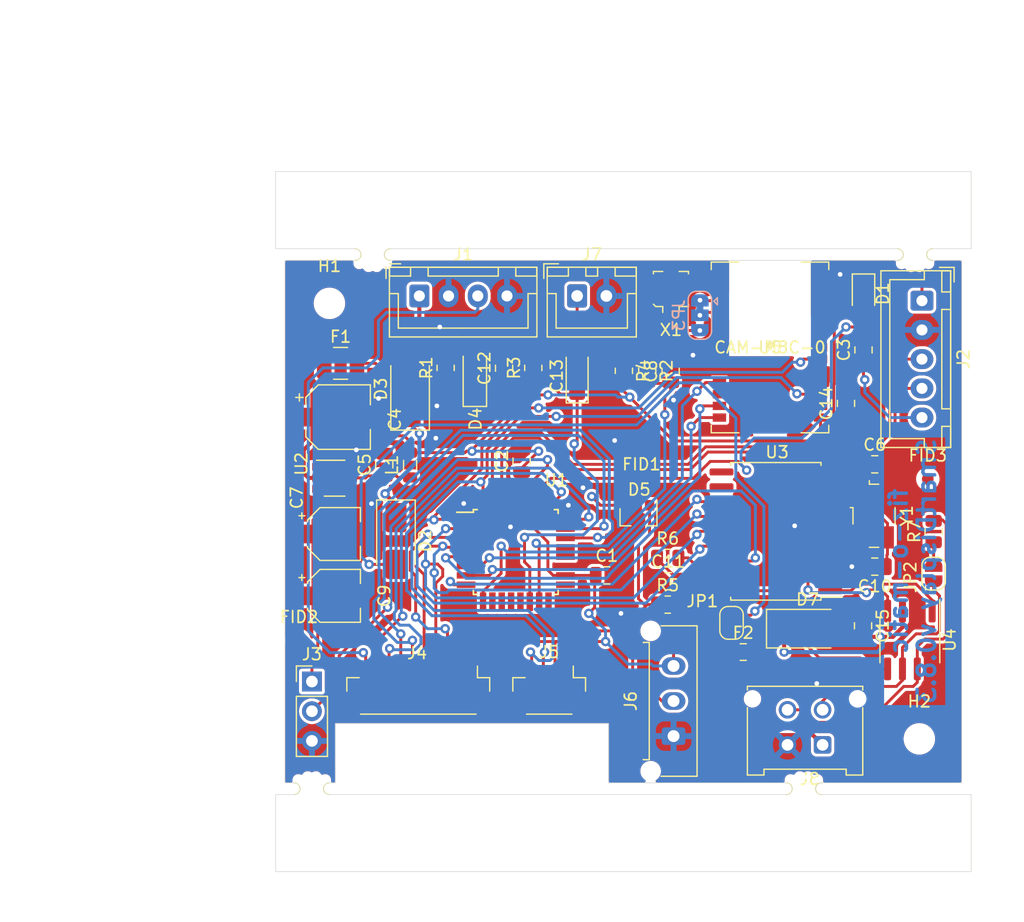
<source format=kicad_pcb>
(kicad_pcb (version 20221018) (generator pcbnew)
  (layers (0 "F.Cu" signal) (31 "B.Cu" signal) (34 "B.Paste" user) (35 "F.Paste" user) (36 "B.SilkS" user "B.Silkscreen") (37 "F.SilkS" user "F.Silkscreen") (38 "B.Mask" user) (39 "F.Mask" user) (44 "Edge.Cuts" user))
  (net 0 "")
  (net 1 "GND")
  (net 2 "Net-(J2-Pin_5)")
  (net 3 "Net-(U2-EN)")
  (net 4 "SCK")
  (net 5 "MOSI")
  (net 6 "MISO")
  (net 7 "+5V")
  (net 8 "RESET")
  (net 9 "TXD")
  (net 10 "RXD")
  (net 11 "SCL")
  (net 12 "SDA")
  (net 13 "A3")
  (net 14 "A2")
  (net 15 "A1")
  (net 16 "A0")
  (net 17 "Net-(U2-SW)")
  (net 18 "Net-(U3-OSC1)")
  (net 19 "Net-(U3-OSC2)")
  (net 20 "KEY")
  (net 21 "+12V")
  (net 22 "Net-(U2-BST)")
  (net 23 "Net-(D2-K)")
  (net 24 "INSTR.BEL")
  (net 25 "Net-(J7-Pin_1)")
  (net 26 "D22")
  (net 27 "D23")
  (net 28 "CANH")
  (net 29 "CANL")
  (net 30 "D24")
  (net 31 "D25")
  (net 32 "1WIRE")
  (net 33 "INT_CAN")
  (net 34 "SS")
  (net 35 "UPDI")
  (net 36 "Net-(U5-RF_OUT)")
  (net 37 "+3V3")
  (net 38 "Net-(U5-RF_IN)")
  (net 39 "Net-(X1-SIGNAL)")
  (net 40 "GPS_RXD")
  (net 41 "GPS_TXD")
  (net 42 "GPS_RESET")
  (net 43 "Net-(U3-~{RESET})")
  (net 44 "AREF")
  (net 47 "Net-(U3-TXCAN)")
  (net 48 "Net-(U3-RXCAN)")
  (net 56 "GPS_INT")
  (net 62 "A4")
  (net 63 "Net-(D2-A)")
  (net 64 "Net-(JP2-Pad1)")
  (net 65 "Net-(J8-Pin_1)")
  (footprint "Capacitor_SMD:C_0805_2012Metric" (layer "F.Cu") (at 119.29 43.5725 90)
    (fp_text reference "C3")
    (fp_text value "100n")
  )
  (footprint "Resistor_SMD:R_0805_2012Metric" (layer "F.Cu") (at 102.54 65.36)
    (fp_text reference "R5")
    (fp_text value "4,7k")
  )
  (footprint "MountingHole:MountingHole_2.2mm_M2" (layer "F.Cu") (at 73.6 39.589)
    (fp_text reference "H1")
    (fp_text value "MountingHole_Pad")
  )
  (footprint "Resistor_SMD:R_0805_2012Metric" (layer "F.Cu") (at 102.54 61.36)
    (fp_text reference "R6")
    (fp_text value "10k")
  )
  (footprint "Capacitor_SMD:C_0805_2012Metric" (layer "F.Cu") (at 88.54 45.135 90)
    (fp_text reference "C12")
    (fp_text value "100n")
  )
  (footprint "Capacitor_SMD:C_0805_2012Metric" (layer "F.Cu") (at 90.04 53.0725 90)
    (fp_text reference "C2")
    (fp_text value "100n")
  )
  (footprint "Resistor_SMD:R_0805_2012Metric" (layer "F.Cu") (at 98.79 45.36 -90)
    (fp_text reference "R4")
    (fp_text value "1k")
  )
  (footprint "Resistor_SMD:R_0805_2012Metric" (layer "F.Cu") (at 83.54 45.11 90)
    (fp_text reference "R1")
    (fp_text value "22k 1%")
  )
  (footprint "Diode_SMD:D_MiniMELF" (layer "F.Cu") (at 86.04 45.86 90)
    (fp_text reference "D4")
    (fp_text value "BZV55-C12")
  )
  (footprint "Crystal:Crystal_SMD_EuroQuartz_MJ-4Pin_5.0x3.2mm" (layer "F.Cu") (at 120.19 57.76 -90)
    (fp_text reference "Y1")
    (fp_text value "16MHz")
  )
  (footprint "Capacitor_SMD:C_0805_2012Metric" (layer "F.Cu") (at 120.2525 62.11 180)
    (fp_text reference "C10")
    (fp_text value "22p")
  )
  (footprint "Jumper:SolderJumper-2_P1.3mm_Open_RoundedPad1.0x1.5mm" (layer "F.Cu") (at 125.29 62.71 -90)
    (fp_text reference "JP2")
    (fp_text value "Jumper_NC_Small")
  )
  (footprint "Capacitor_SMD:C_0805_2012Metric" (layer "F.Cu") (at 119.25 67.17 -90)
    (fp_text reference "C15")
    (fp_text value "100n")
  )
  (footprint "Package_SO:SOIC-8_3.9x4.9mm_P1.27mm" (layer "F.Cu") (at 123.257 68.385 -90)
    (fp_text reference "U4")
    (fp_text value "MCP2562-E-SN")
  )
  (footprint "MountingHole:MountingHole_2.2mm_M2" (layer "F.Cu") (at 124.065056 76.846056)
    (fp_text reference "H2")
    (fp_text value "MountingHole_Pad")
  )
  (footprint "Resistor_SMD:R_0805_2012Metric" (layer "F.Cu") (at 125.29 59.11 90)
    (fp_text reference "R7")
    (fp_text value "120")
  )
  (footprint "Capacitor_SMD:C_0805_2012Metric" (layer "F.Cu") (at 102.5775 63.36)
    (fp_text reference "C11")
    (fp_text value "100n")
  )
  (footprint "Connector_JST:JST_XH_B2B-XH-A_1x02_P2.50mm_Vertical" (layer "F.Cu") (at 94.79 38.954)
    (fp_text reference "J7")
    (fp_text value "KEY")
  )
  (footprint "Package_QFP:TQFP-32_7x7mm_P0.8mm" (layer "F.Cu") (at 89.54 60.86)
    (fp_text reference "U1")
    (fp_text value "ATmega4808-A")
  )
  (footprint "Capacitor_SMD:C_0805_2012Metric" (layer "F.Cu") (at 97.3275 62.86)
    (fp_text reference "C1")
    (fp_text value "100n")
  )
  (footprint "Package_SO:SOIC-18W_7.5x11.6mm_P1.27mm" (layer "F.Cu") (at 111.79 59.09 180)
    (fp_text reference "U3")
    (fp_text value "MCP2515-xSO")
  )
  (footprint "Resistor_SMD:R_0805_2012Metric" (layer "F.Cu") (at 91.04 45.11 90)
    (fp_text reference "R3")
    (fp_text value "4,7k 1%")
  )
  (footprint "Fuse:Fuse_1210_3225Metric" (layer "F.Cu") (at 74.5525 44.72)
    (fp_text reference "F1")
    (fp_text value "500mA")
  )
  (footprint "Resistor_SMD:R_0805_2012Metric" (layer "F.Cu") (at 100.79 45.36 -90)
    (fp_text reference "R2")
    (fp_text value "10k")
  )
  (footprint "Fiducial:Fiducial_1mm_Mask2mm" (layer "F.Cu") (at 71 68.42)
    (fp_text reference "FID2")
    (fp_text value "Fiducial")
  )
  (footprint "Fiducial:Fiducial_1mm_Mask2mm" (layer "F.Cu") (at 124.79 54.61)
    (fp_text reference "FID3")
    (fp_text value "Fiducial")
  )
  (footprint "Capacitor_SMD:CP_Elec_5x3.9" (layer "F.Cu") (at 74.34 49.32)
    (fp_text reference "C4")
    (fp_text value "22u")
  )
  (footprint "Capacitor_SMD:C_0805_2012Metric" (layer "F.Cu") (at 78.29 53.3975 90)
    (fp_text reference "C5")
    (fp_text value "100n")
  )
  (footprint "Capacitor_SMD:CP_Elec_4x3.9" (layer "F.Cu") (at 73.99 59.32)
    (fp_text reference "C7")
    (fp_text value "22u")
  )
  (footprint "Capacitor_SMD:CP_Elec_4x3.9" (layer "F.Cu") (at 73.99 64.61)
    (fp_text reference "C9")
    (fp_text value "22u")
  )
  (footprint "Connector_JST:JST_XH_B5B-XH-A_1x05_P2.50mm_Vertical" (layer "F.Cu") (at 124.29 39.36 -90)
    (fp_text reference "J2")
    (fp_text value "PROG/SERIAL")
  )
  (footprint "Inductor_SMD:L_0805_2012Metric" (layer "F.Cu") (at 80.5 53.42 90)
    (fp_text reference "L1")
    (fp_text value "4.7uH")
  )
  (footprint "Connector_Molex:Molex_Micro-Fit_3.0_43045-0412_2x02_P3.00mm_Vertical" (layer "F.Cu") (at 115.79 77.36 180)
    (fp_text reference "J8")
    (fp_text value "CAN")
  )
  (footprint "Connector_Molex:Molex_Micro-Fit_3.0_43650-0315_1x03_P3.00mm_Vertical" (layer "F.Cu") (at 103.04 76.61 90)
    (fp_text reference "J6")
    (fp_text value "Conn_01x03")
  )
  (footprint "Capacitor_SMD:C_0805_2012Metric" (layer "F.Cu") (at 120.2525 53.36)
    (fp_text reference "C6")
    (fp_text value "22p")
  )
  (footprint "Connector_JST:JST_XH_B4B-XH-A_1x04_P2.50mm_Vertical" (layer "F.Cu") (at 81.29 38.954)
    (fp_text reference "J1")
    (fp_text value "PWR")
  )
  (footprint "Capacitor_Tantalum_SMD:CP_EIA-3216-18_Kemet-A" (layer "F.Cu") (at 94.79 45.7975 90)
    (fp_text reference "C13")
    (fp_text value "1u")
  )
  (footprint "ublox_CAM_M8C:CAM-M8C-0" (layer "F.Cu") (at 111.29 43.36)
    (fp_text reference "U5")
    (fp_text value "CAM-M8C-0")
  )
  (footprint "Capacitor_SMD:C_0805_2012Metric" (layer "F.Cu") (at 102.79 45.3975 90)
    (fp_text reference "C8")
    (fp_text value "100n")
  )
  (footprint "Package_TO_SOT_SMD:TSOT-23-6" (layer "F.Cu") (at 74.04 54.52)
    (fp_text reference "U2")
    (fp_text value "AP63203WU")
  )
  (footprint "Capacitor_SMD:C_0805_2012Metric" (layer "F.Cu") (at 117.79 48.1475 90)
    (fp_text reference "C14")
    (fp_text value "100n")
  )
  (footprint "Connector_Coaxial:U.FL_Molex_MCRF_73412-0110_Vertical" (layer "F.Cu") (at 102.815 38.36)
    (fp_text reference "X1")
    (fp_text value "ANTENNA_U.FL")
  )
  (footprint "Fiducial:Fiducial_1mm_Mask2mm" (layer "F.Cu") (at 100.29 51.36 180)
    (fp_text reference "FID1")
    (fp_text value "Fiducial")
  )
  (footprint "Package_TO_SOT_SMD:SOT-23" (layer "F.Cu") (at 100.04 57.86 -90)
    (fp_text reference "D5")
    (fp_text value "SP0502BAHT")
  )
  (footprint "Diode_SMD:D_SMA" (layer "F.Cu") (at 79.29 59.92 -90)
    (fp_text reference "D2")
    (fp_text value "S1G")
  )
  (footprint "Diode_SMD:D_SMA" (layer "F.Cu") (at 80.5 46.92 90)
    (fp_text reference "D3")
    (fp_text value "S1G")
  )
  (footprint "fiz-o-matic:mouse-bite-1mm-slot" (layer "F.Cu") (at 114.19 81.11 180)
    (fp_text reference "MB4" hide)
    (fp_text value "MouseBite" hide)
  )
  (footprint "Connector_JST:JST_SH_BM10B-SRSS-TB_1x10-1MP_P1.00mm_Vertical" (layer "F.Cu") (at 81.2 72.72 180)
    (fp_text reference "J4")
    (fp_text value "DISPLAY")
  )
  (footprint "Fuse:Fuse_0805_2012Metric" (layer "F.Cu") (at 109 69.42)
    (fp_text reference "F2")
    (fp_text value "200mA")
  )
  (footprint "Connector_JST:JST_SH_BM04B-SRSS-TB_1x04-1MP_P1.00mm_Vertical" (layer "F.Cu") (at 92.4 72.72 180)
    (fp_text reference "J5")
    (fp_text value "I2C")
  )
  (footprint "Diode_SMD:D_0805_2012Metric" (layer "F.Cu") (at 119.29 38.76 -90)
    (fp_text reference "D1")
    (fp_text value "TS4148")
  )
  (footprint "fiz-o-matic:mouse-bite-1mm-slot" (layer "F.Cu") (at 72.09 81.11 180)
    (fp_text reference "MB3" hide)
    (fp_text value "MouseBite" hide)
  )
  (footprint "Connector_PinHeader_2.54mm:PinHeader_1x03_P2.54mm_Vertical" (layer "F.Cu") (at 72.1 71.94)
    (fp_text reference "J3")
    (fp_text value "UPDI")
  )
  (footprint "Jumper:SolderJumper-2_P1.3mm_Open_RoundedPad1.0x1.5mm" (layer "F.Cu") (at 108 66.92 90)
    (fp_text reference "JP1")
    (fp_text value "Jumper_NC_Small")
  )
  (footprint "fiz-o-matic:mouse-bite-1mm-slot" (layer "F.Cu") (at 123.7 35.42)
    (fp_text reference "MB2" hide)
    (fp_text value "MouseBite" hide)
  )
  (footprint "Diode_SMD:D_SMA" (layer "F.Cu") (at 114.5 67.42)
    (fp_text reference "D7")
    (fp_text value "SMAJ5.0A")
  )
  (footprint "fiz-o-matic:mouse-bite-1mm-slot" (layer "F.Cu") (at 77.3 35.42)
    (fp_text reference "MB1" hide)
    (fp_text value "MouseBite" hide)
  )
  (footprint "Jumper:SolderJumper-3_P1.3mm_Bridged12_RoundedPad1.0x1.5mm" (layer "B.Cu") (at 105.29 40.61 -90)
    (fp_text reference "JP3")
    (fp_text value "Jumper_NC_Dual")
  )
  (gr_line (start 97.476 80.61) (end 112.69 80.61) (stroke (width 0.05)) (layer "Edge.Cuts"))
  (gr_line (start 74.108 75.53) (end 97.476 75.53) (stroke (width 0.05)) (layer "Edge.Cuts"))
  (gr_line (start 127.69 80.61) (end 127.69 35.91) (stroke (width 0.05)) (layer "Edge.Cuts"))
  (gr_line (start 74.108 75.53) (end 74.108 80.61) (stroke (width 0.05)) (layer "Edge.Cuts"))
  (gr_line (start 69.79 80.61) (end 69.79 35.91) (stroke (width 0.05)) (layer "Edge.Cuts"))
  (gr_line (start 97.476 75.53) (end 97.476 80.61) (stroke (width 0.05)) (layer "Edge.Cuts"))
  (gr_arc (start 122.19 34.91) (mid 122.69 35.41) (end 122.19 35.91) (stroke (width 0.05)) (layer "Edge.Cuts"))
  (gr_line (start 73.59 80.61) (end 74.108 80.61) (stroke (width 0.05)) (layer "Edge.Cuts"))
  (gr_line (start 115.69 81.61) (end 128.5 81.61) (stroke (width 0.05)) (layer "Edge.Cuts"))
  (gr_line (start 75.79 34.91) (end 69 34.91) (stroke (width 0.05)) (layer "Edge.Cuts"))
  (gr_line (start 128.5 81.61) (end 128.5 88.21) (stroke (width 0.05)) (layer "Edge.Cuts"))
  (gr_arc (start 125.19 35.91) (mid 124.69 35.41) (end 125.19 34.91) (stroke (width 0.05)) (layer "Edge.Cuts"))
  (gr_line (start 125.19 34.91) (end 128.5 34.91) (stroke (width 0.05)) (layer "Edge.Cuts"))
  (gr_line (start 78.79 35.91) (end 122.19 35.91) (stroke (width 0.05)) (layer "Edge.Cuts"))
  (gr_line (start 128.5 88.21) (end 69 88.21) (stroke (width 0.05)) (layer "Edge.Cuts"))
  (gr_line (start 69 81.61) (end 69 88.21) (stroke (width 0.05)) (layer "Edge.Cuts"))
  (gr_line (start 125.19 35.91) (end 127.69 35.91) (stroke (width 0.05)) (layer "Edge.Cuts"))
  (gr_line (start 69.79 35.91) (end 75.79 35.91) (stroke (width 0.05)) (layer "Edge.Cuts"))
  (gr_arc (start 115.69 81.61) (mid 115.19 81.11) (end 115.69 80.61) (stroke (width 0.05)) (layer "Edge.Cuts"))
  (gr_arc (start 78.79 35.91) (mid 78.29 35.41) (end 78.79 34.91) (stroke (width 0.05)) (layer "Edge.Cuts"))
  (gr_line (start 69 28.31) (end 128.5 28.31) (stroke (width 0.05)) (layer "Edge.Cuts"))
  (gr_line (start 69.79 80.61) (end 70.59 80.61) (stroke (width 0.05)) (layer "Edge.Cuts"))
  (gr_line (start 128.5 34.91) (end 128.5 28.31) (stroke (width 0.05)) (layer "Edge.Cuts"))
  (gr_line (start 73.59 81.61) (end 112.69 81.61) (stroke (width 0.05)) (layer "Edge.Cuts"))
  (gr_arc (start 70.59 80.61) (mid 71.09 81.11) (end 70.59 81.61) (stroke (width 0.05)) (layer "Edge.Cuts"))
  (gr_arc (start 112.69 80.61) (mid 113.19 81.11) (end 112.69 81.61) (stroke (width 0.05)) (layer "Edge.Cuts"))
  (gr_arc (start 73.59 81.61) (mid 73.09 81.11) (end 73.59 80.61) (stroke (width 0.05)) (layer "Edge.Cuts"))
  (gr_arc (start 75.79 34.91) (mid 76.29 35.41) (end 75.79 35.91) (stroke (width 0.05)) (layer "Edge.Cuts"))
  (gr_line (start 70.59 81.61) (end 69 81.61) (stroke (width 0.05)) (layer "Edge.Cuts"))
  (gr_line (start 122.19 34.91) (end 78.79 34.91) (stroke (width 0.05)) (layer "Edge.Cuts"))
  (gr_line (start 69 34.91) (end 69 28.31) (stroke (width 0.05)) (layer "Edge.Cuts"))
  (gr_line (start 115.69 80.61) (end 127.69 80.61) (stroke (width 0.05)) (layer "Edge.Cuts"))
  (gr_text "fiz-o-matic\nSmartDisplay v0.8.3" (at 123.49 62.51 90) (layer "B.Cu") (effects (font (size 1.5 1.5) (thickness 0.3)) (justify mirror)))
  (via (at 77.2 56.72) (size 0.8) (drill 0.4) (layers "F.Cu" "B.Cu") (net 1))
  (via (at 85.09 56.71) (size 0.8) (drill 0.4) (layers "F.Cu" "B.Cu") (net 1))
  (via (at 95.29 55.36) (size 0.8) (drill 0.4) (layers "F.Cu" "B.Cu") (net 1))
  (via (at 83.04 41.61) (size 0.8) (drill 0.4) (layers "F.Cu" "B.Cu") (net 1))
  (via (at 98 51.32) (size 0.8) (drill 0.4) (layers "F.Cu" "B.Cu") (net 1))
  (via (at 82.7 51.12) (size 0.8) (drill 0.4) (layers "F.Cu" "B.Cu") (net 1))
  (via (at 118.29 62.11) (size 0.8) (drill 0.4) (layers "F.Cu" "B.Cu") (net 1))
  (via (at 104.7 44.02) (size 0.8) (drill 0.4) (layers "F.Cu" "B.Cu") (net 1))
  (via (at 103.04 47.86) (size 0.8) (drill 0.4) (layers "F.Cu" "B.Cu") (net 1))
  (via (at 113.4 58.62) (size 0.8) (drill 0.4) (layers "F.Cu" "B.Cu") (net 1))
  (via (at 94.04 56.86) (size 0.8) (drill 0.4) (layers "F.Cu" "B.Cu") (net 1))
  (via (at 117.29 37.11) (size 0.8) (drill 0.4) (layers "F.Cu" "B.Cu") (net 1))
  (via (at 77.8 47.72) (size 0.8) (drill 0.4) (layers "F.Cu" "B.Cu") (net 1))
  (via (at 82.79 48.36) (size 0.8) (drill 0.4) (layers "F.Cu" "B.Cu") (net 1))
  (via (at 115.29 72.11) (size 0.8) (drill 0.4) (layers "F.Cu" "B.Cu") (net 1))
  (via (at 75.9 52.12) (size 0.8) (drill 0.4) (layers "F.Cu" "B.Cu") (net 1))
  (via (at 98.54 66.11) (size 0.8) (drill 0.4) (layers "F.Cu" "B.Cu") (net 1))
  (via (at 89.09 58.71) (size 0.8) (drill 0.4) (layers "F.Cu" "B.Cu") (net 1))
  (segment (start 89.134 39.766) (end 89.134 38.954) (width 0.25) (layer "B.Cu") (net 1))
  (segment (start 119.29 46.01) (end 119.4 46.12) (width 0.25) (layer "F.Cu") (net 2))
  (segment (start 119.29 44.61) (end 119.29 46.01) (width 0.25) (layer "F.Cu") (net 2))
  (via (at 119.4 46.12) (size 0.8) (drill 0.4) (layers "F.Cu" "B.Cu") (net 2))
  (segment (start 119.4 47.22) (end 121.54 49.36) (width 0.25) (layer "B.Cu") (net 2))
  (segment (start 119.4 46.12) (end 119.4 47.22) (width 0.25) (layer "B.Cu") (net 2))
  (segment (start 121.54 49.36) (end 124.29 49.36) (width 0.25) (layer "B.Cu") (net 2))
  (segment (start 71.4 54.12) (end 71.8 54.52) (width 0.35) (layer "F.Cu") (net 3))
  (segment (start 72.73 54.52) (end 72.73 55.47) (width 0.35) (layer "F.Cu") (net 3))
  (segment (start 71.8 54.52) (end 72.73 54.52) (width 0.35) (layer "F.Cu") (net 3))
  (segment (start 73.065 44.72) (end 73.065 46.455) (width 0.35) (layer "F.Cu") (net 3))
  (segment (start 72.14 49.32) (end 72.14 51.38) (width 0.35) (layer "F.Cu") (net 3))
  (segment (start 71.4 52.12) (end 71.4 54.12) (width 0.35) (layer "F.Cu") (net 3))
  (segment (start 73.065 46.455) (end 72.14 47.38) (width 0.35) (layer "F.Cu") (net 3))
  (segment (start 72.14 51.38) (end 71.4 52.12) (width 0.35) (layer "F.Cu") (net 3))
  (segment (start 72.14 47.38) (end 72.14 49.32) (width 0.35) (layer "F.Cu") (net 3))
  (segment (start 82.06 60.36) (end 83.29 60.36) (width 0.25) (layer "F.Cu") (net 4))
  (segment (start 81.7 71.395) (end 81.7 62.795305) (width 0.25) (layer "F.Cu") (net 4))
  (segment (start 81 62.095305) (end 81 61.42) (width 0.25) (layer "F.Cu") (net 4))
  (segment (start 83.39 60.46) (end 83.29 60.36) (width 0.25) (layer "F.Cu") (net 4))
  (segment (start 81 61.42) (end 82.06 60.36) (width 0.25) (layer "F.Cu") (net 4))
  (segment (start 81.7 62.795305) (end 81 62.095305) (width 0.25) (layer "F.Cu") (net 4))
  (segment (start 107.14 57.82) (end 105.25 57.82) (width 0.25) (layer "F.Cu") (net 4))
  (segment (start 85.29 60.46) (end 83.39 60.46) (width 0.25) (layer "F.Cu") (net 4))
  (segment (start 105.25 57.82) (end 105.04 57.61) (width 0.25) (layer "F.Cu") (net 4))
  (via (at 105.04 57.61) (size 0.8) (drill 0.4) (layers "F.Cu" "B.Cu") (net 4))
  (via (at 83.29 60.36) (size 0.8) (drill 0.4) (layers "F.Cu" "B.Cu") (net 4))
  (via (at 82.564999 62.634999) (size 0.8) (drill 0.4) (layers "F.Cu" "B.Cu") (net 4))
  (segment (start 82.941999 64.335001) (end 82.564999 63.958001) (width 0.25) (layer "B.Cu") (net 4))
  (segment (start 82.564999 62.835001) (end 82.564999 62.634999) (width 0.25) (layer "B.Cu") (net 4))
  (segment (start 83.863002 64.11) (end 83.638001 64.335001) (width 0.25) (layer "B.Cu") (net 4))
  (segment (start 105.04 57.61) (end 98.54 64.11) (width 0.25) (layer "B.Cu") (net 4))
  (segment (start 82.564999 63.958001) (end 82.564999 62.835001) (width 0.25) (layer "B.Cu") (net 4))
  (segment (start 82.564999 62.634999) (end 82.564999 61.085001) (width 0.25) (layer "B.Cu") (net 4))
  (segment (start 83.638001 64.335001) (end 82.941999 64.335001) (width 0.25) (layer "B.Cu") (net 4))
  (segment (start 98.54 64.11) (end 83.863002 64.11) (width 0.25) (layer "B.Cu") (net 4))
  (segment (start 82.564999 61.085001) (end 83.29 60.36) (width 0.25) (layer "B.Cu") (net 4))
  (segment (start 107.14 59.09) (end 105.31 59.09) (width 0.25) (layer "F.Cu") (net 5))
  (segment (start 105.31 59.09) (end 105.04 59.36) (width 0.25) (layer "F.Cu") (net 5))
  (segment (start 82.848769 61.893464) (end 81.823464 61.893464) (width 0.25) (layer "F.Cu") (net 5))
  (segment (start 82.7 71.395) (end 82.7 63.525303) (width 0.25) (layer "F.Cu") (net 5))
  (segment (start 83.289999 62.935304) (end 83.289999 62.334694) (width 0.25) (layer "F.Cu") (net 5))
  (segment (start 83.289999 62.334694) (end 82.848769 61.893464) (width 0.25) (layer "F.Cu") (net 5))
  (segment (start 83.54 58.86) (end 85.29 58.86) (width 0.25) (layer "F.Cu") (net 5))
  (segment (start 82.7 63.525303) (end 83.289999 62.935304) (width 0.25) (layer "F.Cu") (net 5))
  (via (at 81.823464 61.893464) (size 0.8) (drill 0.4) (layers "F.Cu" "B.Cu") (net 5))
  (via (at 105.04 59.36) (size 0.8) (drill 0.4) (layers "F.Cu" "B.Cu") (net 5))
  (via (at 83.54 58.86) (size 0.8) (drill 0.4) (layers "F.Cu" "B.Cu") (net 5))
  (segment (start 81.823464 61.893464) (end 81.823464 60.576536) (width 0.25) (layer "B.Cu") (net 5))
  (segment (start 81.823464 62.164085) (end 81.823464 63.852876) (width 0.25) (layer "B.Cu") (net 5))
  (segment (start 82.114989 60.285011) (end 83.54 58.86) (width 0.25) (layer "B.Cu") (net 5))
  (segment (start 81.823464 63.852876) (end 82.755599 64.785011) (width 0.25) (layer "B.Cu") (net 5))
  (segment (start 82.755599 64.785011) (end 99.614989 64.785011) (width 0.25) (layer "B.Cu") (net 5))
  (segment (start 81.823464 62.164085) (end 81.823464 61.893464) (width 0.25) (layer "B.Cu") (net 5))
  (segment (start 105.04 59.36) (end 99.614989 64.785011) (width 0.25) (layer "B.Cu") (net 5))
  (segment (start 81.823464 60.576536) (end 82.114989 60.285011) (width 0.25) (layer "B.Cu") (net 5))
  (segment (start 82.027347 59.347347) (end 82.29 59.61) (width 0.25) (layer "F.Cu") (net 6))
  (segment (start 80.515 62.435) (end 80.9755 62.8955) (width 0.25) (layer "F.Cu") (net 6))
  (segment (start 83.5 67.42) (end 83.7 67.62) (width 0.25) (layer "F.Cu") (net 6))
  (segment (start 105.54 60.36) (end 105.29 60.61) (width 0.25) (layer "F.Cu") (net 6))
  (segment (start 82.29 59.61) (end 85.24 59.61) (width 0.25) (layer "F.Cu") (net 6))
  (segment (start 85.24 59.61) (end 85.29 59.66) (width 0.25) (layer "F.Cu") (net 6))
  (segment (start 80.515 60.859694) (end 80.515 62.435) (width 0.25) (layer "F.Cu") (net 6))
  (segment (start 82.027347 59.347347) (end 80.515 60.859694) (width 0.25) (layer "F.Cu") (net 6))
  (segment (start 107.14 60.36) (end 105.54 60.36) (width 0.25) (layer "F.Cu") (net 6))
  (segment (start 83.7 67.62) (end 83.7 71.395) (width 0.25) (layer "F.Cu") (net 6))
  (segment (start 80.9755 62.8955) (end 80.9755 66.42) (width 0.25) (layer "F.Cu") (net 6))
  (via (at 82.027347 59.347347) (size 0.8) (drill 0.4) (layers "F.Cu" "B.Cu") (net 6))
  (via (at 83.5 67.42) (size 0.8) (drill 0.4) (layers "F.Cu" "B.Cu") (net 6))
  (via (at 105.29 60.61) (size 0.8) (drill 0.4) (layers "F.Cu" "B.Cu") (net 6))
  (via (at 80.9755 66.42) (size 0.8) (drill 0.4) (layers "F.Cu" "B.Cu") (net 6))
  (segment (start 81.098463 60.301537) (end 82.027347 59.372653) (width 0.25) (layer "B.Cu") (net 6))
  (segment (start 82.569197 65.235019) (end 81.098463 63.764285) (width 0.25) (layer "B.Cu") (net 6))
  (segment (start 105.29 60.61) (end 100.664981 65.235019) (width 0.25) (layer "B.Cu") (net 6))
  (segment (start 81.098463 63.764285) (end 81.098463 60.301537) (width 0.25) (layer "B.Cu") (net 6))
  (segment (start 82.027347 59.372653) (end 82.027347 59.347347) (width 0.25) (layer "B.Cu") (net 6))
  (segment (start 80.9755 66.42) (end 81.9755 67.42) (width 0.25) (layer "B.Cu") (net 6))
  (segment (start 81.9755 67.42) (end 83.5 67.42) (width 0.25) (layer "B.Cu") (net 6))
  (segment (start 100.664981 65.235019) (end 82.569197 65.235019) (width 0.25) (layer "B.Cu") (net 6))
  (segment (start 121.8 68.12) (end 122.622 67.298) (width 0.35) (layer "F.Cu") (net 7))
  (segment (start 109.85 67.57) (end 110 67.42) (width 0.35) (layer "F.Cu") (net 7))
  (segment (start 108 67.57) (end 109.85 67.57) (width 0.35) (layer "F.Cu") (net 7))
  (segment (start 112.5 67.42) (end 112.5 69.42) (width 0.35) (layer "F.Cu") (net 7))
  (segment (start 110 67.42) (end 112.5 67.42) (width 0.35) (layer "F.Cu") (net 7))
  (segment (start 108.0625 67.6325) (end 108 67.57) (width 0.35) (layer "F.Cu") (net 7))
  (segment (start 119.25 68.12) (end 121.8 68.12) (width 0.35) (layer "F.Cu") (net 7))
  (segment (start 108.0625 69.42) (end 108.0625 67.6325) (width 0.35) (layer "F.Cu") (net 7))
  (segment (start 122.622 67.298) (end 122.622 65.91) (width 0.35) (layer "F.Cu") (net 7))
  (via (at 112.5 69.42) (size 0.8) (drill 0.4) (layers "F.Cu" "B.Cu") (net 7))
  (via (at 120.705537 68.12) (size 0.8) (drill 0.4) (layers "F.Cu" "B.Cu") (net 7))
  (segment (start 120.930537 68.345) (end 120.705537 68.12) (width 0.35) (layer "B.Cu") (net 7))
  (segment (start 120.930537 68.989463) (end 120.930537 68.345) (width 0.35) (layer "B.Cu") (net 7))
  (segment (start 120.5 69.42) (end 120.930537 68.989463) (width 0.35) (layer "B.Cu") (net 7))
  (segment (start 112.5 69.42) (end 120.5 69.42) (width 0.35) (layer "B.Cu") (net 7))
  (segment (start 108.54 53.11) (end 109.29 53.86) (width 0.25) (layer "F.Cu") (net 8))
  (segment (start 92.53999 54.56001) (end 94.3536 54.56001) (width 0.25) (layer "F.Cu") (net 8))
  (segment (start 91.54 56.61) (end 91.54 55.56) (width 0.25) (layer "F.Cu") (net 8))
  (segment (start 91.54 55.56) (end 92.53999 54.56001) (width 0.25) (layer "F.Cu") (net 8))
  (segment (start 99.54 54.56001) (end 104.726401 54.560009) (width 0.25) (layer "F.Cu") (net 8))
  (segment (start 106.17641 53.11) (end 108.54 53.11) (width 0.25) (layer "F.Cu") (net 8))
  (segment (start 104.726401 54.560009) (end 106.17641 53.11) (width 0.25) (layer "F.Cu") (net 8))
  (segment (start 94.3536 54.56001) (end 99.54 54.56001) (width 0.25) (layer "F.Cu") (net 8))
  (segment (start 119.29 42.535) (end 119.29 41.61) (width 0.25) (layer "F.Cu") (net 8))
  (segment (start 119.29 39.6975) (end 119.29 41.61) (width 0.25) (layer "F.Cu") (net 8))
  (segment (start 117.79 41.61) (end 119.29 41.61) (width 0.25) (layer "F.Cu") (net 8))
  (via (at 117.79 41.61) (size 0.8) (drill 0.4) (layers "F.Cu" "B.Cu") (net 8))
  (via (at 109.29 53.86) (size 0.8) (drill 0.4) (layers "F.Cu" "B.Cu") (net 8))
  (segment (start 116.54 48.61) (end 116.54 42.86) (width 0.25) (layer "B.Cu") (net 8))
  (segment (start 114.04 51.11) (end 116.54 48.61) (width 0.25) (layer "B.Cu") (net 8))
  (segment (start 116.54 42.86) (end 117.79 41.61) (width 0.25) (layer "B.Cu") (net 8))
  (segment (start 109.29 53.86) (end 108.814999 53.384999) (width 0.25) (layer "B.Cu") (net 8))
  (segment (start 108.814999 53.384999) (end 108.814999 52.236999) (width 0.25) (layer "B.Cu") (net 8))
  (segment (start 109.941998 51.11) (end 114.04 51.11) (width 0.25) (layer "B.Cu") (net 8))
  (segment (start 108.814999 52.236999) (end 109.941998 51.11) (width 0.25) (layer "B.Cu") (net 8))
  (segment (start 104.476396 53.81) (end 94.24 53.81) (width 0.25) (layer "F.Cu") (net 9))
  (segment (start 89.32682 51.12249) (end 88.34 52.10931) (width 0.25) (layer "F.Cu") (net 9))
  (segment (start 88.34 52.10931) (end 88.34 56.61) (width 0.25) (layer "F.Cu") (net 9))
  (segment (start 121.99 50.32) (end 120 52.31) (width 0.25) (layer "F.Cu") (net 9))
  (segment (start 120 52.31) (end 105.976396 52.31) (width 0.25) (layer "F.Cu") (net 9))
  (segment (start 124.29 46.86) (end 122.86 46.86) (width 0.25) (layer "F.Cu") (net 9))
  (segment (start 121.99 47.73) (end 121.99 50.32) (width 0.25) (layer "F.Cu") (net 9))
  (segment (start 105.976396 52.31) (end 104.476396 53.81) (width 0.25) (layer "F.Cu") (net 9))
  (segment (start 91.55249 51.12249) (end 89.32682 51.12249) (width 0.25) (layer "F.Cu") (net 9))
  (segment (start 94.24 53.81) (end 91.55249 51.12249) (width 0.25) (layer "F.Cu") (net 9))
  (segment (start 122.86 46.86) (end 121.99 47.73) (width 0.25) (layer "F.Cu") (net 9))
  (segment (start 87.54 56.61) (end 87.54 52.2729) (width 0.25) (layer "F.Cu") (net 10))
  (segment (start 105.79 51.86) (end 119.79 51.86) (width 0.25) (layer "F.Cu") (net 10))
  (segment (start 121.54 50.11) (end 121.54 45.68) (width 0.25) (layer "F.Cu") (net 10))
  (segment (start 122.86 44.36) (end 124.29 44.36) (width 0.25) (layer "F.Cu") (net 10))
  (segment (start 121.54 45.68) (end 122.86 44.36) (width 0.25) (layer "F.Cu") (net 10))
  (segment (start 91.738891 50.672481) (end 94.42641 53.36) (width 0.25) (layer "F.Cu") (net 10))
  (segment (start 89.14042 50.67248) (end 91.738891 50.672481) (width 0.25) (layer "F.Cu") (net 10))
  (segment (start 119.79 51.86) (end 121.54 50.11) (width 0.25) (layer "F.Cu") (net 10))
  (segment (start 87.54 52.2729) (end 89.14042 50.67248) (width 0.25) (layer "F.Cu") (net 10))
  (segment (start 94.42641 53.36) (end 104.29 53.36) (width 0.25) (layer "F.Cu") (net 10))
  (segment (start 104.29 53.36) (end 105.79 51.86) (width 0.25) (layer "F.Cu") (net 10))
  (segment (start 86.64 53.734695) (end 86.64 51.900108) (width 0.25) (layer "F.Cu") (net 11))
  (segment (start 82.54 58.11) (end 82.54 57.834695) (width 0.25) (layer "F.Cu") (net 11))
  (segment (start 86.64 51.900108) (end 90.005118 48.53499) (width 0.25) (layer "F.Cu") (net 11))
  (segment (start 115.615 44.360001) (end 114.159999 44.360001) (width 0.25) (layer "F.Cu") (net 11))
  (segment (start 90.9 69.52) (end 90.8 69.42) (width 0.25) (layer "F.Cu") (net 11))
  (segment (start 90.9 71.395) (end 90.9 69.52) (width 0.25) (layer "F.Cu") (net 11))
  (segment (start 82.54 57.834695) (end 86.64 53.734695) (width 0.25) (layer "F.Cu") (net 11))
  (segment (start 90.005118 48.53499) (end 91.5 48.53499) (width 0.25) (layer "F.Cu") (net 11))
  (segment (start 85.29 58.06) (end 82.59 58.06) (width 0.25) (layer "F.Cu") (net 11))
  (segment (start 82.59 58.06) (end 82.54 58.11) (width 0.25) (layer "F.Cu") (net 11))
  (segment (start 114.159999 44.360001) (end 113.9 44.62) (width 0.25) (layer "F.Cu") (net 11))
  (via (at 90.8 69.42) (size 0.8) (drill 0.4) (layers "F.Cu" "B.Cu") (net 11))
  (via (at 82.54 58.11) (size 0.8) (drill 0.4) (layers "F.Cu" "B.Cu") (net 11))
  (via (at 113.9 44.62) (size 0.8) (drill 0.4) (layers "F.Cu" "B.Cu") (net 11))
  (via (at 91.5 48.53499) (size 0.8) (drill 0.4) (layers "F.Cu" "B.Cu") (net 11))
  (segment (start 90.8 69.42) (end 91.525 70.145) (width 0.25) (layer "B.Cu") (net 11))
  (segment (start 100.066913 48.53499) (end 91.5 48.53499) (width 0.25) (layer "B.Cu") (net 11))
  (segment (start 113.2 44.62) (end 112.335 45.485) (width 0.25) (layer "B.Cu") (net 11))
  (segment (start 80.648453 59.435862) (end 81.974315 58.11) (width 0.25) (layer "B.Cu") (net 11))
  (segment (start 82.557768 65.86) (end 80.648453 63.950685) (width 0.25) (layer "B.Cu") (net 11))
  (segment (start 113.9 44.62) (end 113.2 44.62) (width 0.25) (layer "B.Cu") (net 11))
  (segment (start 90.6 65.86) (end 82.557768 65.86) (width 0.25) (layer "B.Cu") (net 11))
  (segment (start 91.525 70.145) (end 92.475 70.145) (width 0.25) (layer "B.Cu") (net 11))
  (segment (start 92.475 70.145) (end 92.725 69.895) (width 0.25) (layer "B.Cu") (net 11))
  (segment (start 112.335 45.485) (end 103.116903 45.485) (width 0.25) (layer "B.Cu") (net 11))
  (segment (start 92.725 69.895) (end 92.725 67.985) (width 0.25) (layer "B.Cu") (net 11))
  (segment (start 92.725 67.985) (end 90.6 65.86) (width 0.25) (layer "B.Cu") (net 11))
  (segment (start 81.974315 58.11) (end 82.54 58.11) (width 0.25) (layer "B.Cu") (net 11))
  (segment (start 80.648453 63.950685) (end 80.648453 59.435862) (width 0.25) (layer "B.Cu") (net 11))
  (segment (start 103.116903 45.485) (end 100.066913 48.53499) (width 0.25) (layer "B.Cu") (net 11))
  (segment (start 87.09 54.31) (end 87.09 52.086504) (width 0.25) (layer "F.Cu") (net 12))
  (segment (start 86.74 55.06) (end 86.54 54.86) (width 0.25) (layer "F.Cu") (net 12))
  (segment (start 86.74 56.61) (end 86.74 55.06) (width 0.25) (layer "F.Cu") (net 12))
  (segment (start 87.09 52.086504) (end 89.916514 49.25999) (width 0.25) (layer "F.Cu") (net 12))
  (segment (start 113.64 47.36) (end 113.6 47.32) (width 0.25) (layer "F.Cu") (net 12))
  (segment (start 91.9 71.395) (end 91.9 69.52) (width 0.25) (layer "F.Cu") (net 12))
  (segment (start 86.54 54.86) (end 87.09 54.31) (width 0.25) (layer "F.Cu") (net 12))
  (segment (start 115.615 47.36) (end 113.64 47.36) (width 0.25) (layer "F.Cu") (net 12))
  (segment (start 89.916514 49.25999) (end 93 49.25999) (width 0.25) (layer "F.Cu") (net 12))
  (segment (start 91.9 69.52) (end 92 69.42) (width 0.25) (layer "F.Cu") (net 12))
  (via (at 92 69.42) (size 0.8) (drill 0.4) (layers "F.Cu" "B.Cu") (net 12))
  (via (at 113.6 47.32) (size 0.8) (drill 0.4) (layers "F.Cu" "B.Cu") (net 12))
  (via (at 93 49.25999) (size 0.8) (drill 0.4) (layers "F.Cu" "B.Cu") (net 12))
  (via (at 86.54 54.86) (size 0.8) (drill 0.4) (layers "F.Cu" "B.Cu") (net 12))
  (segment (start 90.4 66.31001) (end 82.371368 66.31001) (width 0.25) (layer "B.Cu") (net 12))
  (segment (start 103.303299 45.935) (end 112.215 45.935) (width 0.25) (layer "B.Cu") (net 12))
  (segment (start 92 69.42) (end 92 67.91001) (width 0.25) (layer "B.Cu") (net 12))
  (segment (start 93 49.25999) (end 99.978309 49.25999) (width 0.25) (layer "B.Cu") (net 12))
  (segment (start 112.215 45.935) (end 113.6 47.32) (width 0.25) (layer "B.Cu") (net 12))
  (segment (start 82.371368 66.31001) (end 80.198444 64.137086) (width 0.25) (layer "B.Cu") (net 12))
  (segment (start 84.587907 54.86) (end 86.54 54.86) (width 0.25) (layer "B.Cu") (net 12))
  (segment (start 99.978309 49.25999) (end 103.303299 45.935) (width 0.25) (layer "B.Cu") (net 12))
  (segment (start 80.198444 64.137086) (end 80.198444 59.249463) (width 0.25) (layer "B.Cu") (net 12))
  (segment (start 92 67.91001) (end 90.4 66.31001) (width 0.25) (layer "B.Cu") (net 12))
  (segment (start 80.198444 59.249463) (end 84.587907 54.86) (width 0.25) (layer "B.Cu") (net 12))
  (segment (start 76.8725 54.3475) (end 78.29 54.3475) (width 0.25) (layer "F.Cu") (net 17))
  (segment (start 80.5 54.4825) (end 79.4625 54.4825) (width 0.25) (layer "F.Cu") (net 17))
  (segment (start 79.4625 54.4825) (end 79.3275 54.3475) (width 0.25) (layer "F.Cu") (net 17))
  (segment (start 75.35 54.52) (end 76.7 54.52) (width 0.25) (layer "F.Cu") (net 17))
  (segment (start 76.7 54.52) (end 76.8725 54.3475) (width 0.25) (layer "F.Cu") (net 17))
  (segment (start 78.29 54.3475) (end 79.3275 54.3475) (width 0.25) (layer "F.Cu") (net 17))
  (segment (start 119.215 53.36) (end 119.215 54.435) (width 0.25) (layer "F.Cu") (net 18))
  (segment (start 116.44 55.28) (end 117.71 55.28) (width 0.25) (layer "F.Cu") (net 18))
  (segment (start 117.71 55.28) (end 118.34 55.91) (width 0.25) (layer "F.Cu") (net 18))
  (segment (start 118.34 55.91) (end 119.04 55.91) (width 0.25) (layer "F.Cu") (net 18))
  (segment (start 119.215 54.435) (end 119.04 54.61) (width 0.25) (layer "F.Cu") (net 18))
  (segment (start 119.04 54.61) (end 119.04 55.91) (width 0.25) (layer "F.Cu") (net 18))
  (segment (start 120.54 57.61) (end 121.34 58.41) (width 0.25) (layer "F.Cu") (net 19))
  (segment (start 121.34 61.06) (end 121.29 61.11) (width 0.25) (layer "F.Cu") (net 19))
  (segment (start 121.34 58.41) (end 121.34 59.61) (width 0.25) (layer "F.Cu") (net 19))
  (segment (start 118.654998 57.61) (end 120.54 57.61) (width 0.25) (layer "F.Cu") (net 19))
  (segment (start 121.29 61.11) (end 121.29 62.11) (width 0.25) (layer "F.Cu") (net 19))
  (segment (start 117.594998 56.55) (end 118.654998 57.61) (width 0.25) (layer "F.Cu") (net 19))
  (segment (start 116.44 56.55) (end 117.594998 56.55) (width 0.25) (layer "F.Cu") (net 19))
  (segment (start 121.34 59.61) (end 121.34 61.06) (width 0.25) (layer "F.Cu") (net 19))
  (segment (start 102.29 47.584695) (end 102.29 49.11) (width 0.25) (layer "F.Cu") (net 20))
  (segment (start 102.79 47.084695) (end 102.29 47.584695) (width 0.25) (layer "F.Cu") (net 20))
  (segment (start 102.79 46.435) (end 100.865 46.435) (width 0.25) (layer "F.Cu") (net 20))
  (segment (start 91.54 65.11) (end 91.54 60.36) (width 0.25) (layer "F.Cu") (net 20))
  (segment (start 91.54 60.36) (end 91.29 60.11) (width 0.25) (layer "F.Cu") (net 20))
  (segment (start 100.865 46.435) (end 100.79 46.36) (width 0.25) (layer "F.Cu") (net 20))
  (segment (start 102.79 46.435) (end 102.79 47.084695) (width 0.25) (layer "F.Cu") (net 20))
  (via (at 102.29 49.11) (size 0.8) (drill 0.4) (layers "F.Cu" "B.Cu") (net 20))
  (via (at 91.29 60.11) (size 0.8) (drill 0.4) (layers "F.Cu" "B.Cu") (net 20))
  (segment (start 91.29 60.11) (end 91.515 60.335) (width 0.25) (layer "B.Cu") (net 20))
  (segment (start 91.515 60.335) (end 97.405812 60.335) (width 0.25) (layer "B.Cu") (net 20))
  (segment (start 102.29 55.450812) (end 102.29 49.11) (width 0.25) (layer "B.Cu") (net 20))
  (segment (start 97.405812 60.335) (end 102.29 55.450812) (width 0.25) (layer "B.Cu") (net 20))
  (segment (start 81.75 44.92) (end 80.5 44.92) (width 0.35) (layer "F.Cu") (net 21))
  (segment (start 83.54 44.11) (end 82.56 44.11) (width 0.35) (layer "F.Cu") (net 21))
  (segment (start 80.5 43.17) (end 80.5 44.92) (width 0.35) (layer "F.Cu") (net 21))
  (segment (start 81.29 42.38) (end 80.5 43.17) (width 0.35) (layer "F.Cu") (net 21))
  (segment (start 82.56 44.11) (end 81.75 44.92) (width 0.35) (layer "F.Cu") (net 21))
  (segment (start 81.29 38.954) (end 81.29 42.38) (width 0.35) (layer "F.Cu") (net 21))
  (segment (start 75.35 53.57) (end 76.05 53.57) (width 0.25) (layer "F.Cu") (net 22))
  (segment (start 76.05 53.57) (end 77.26 52.36) (width 0.25) (layer "F.Cu") (net 22))
  (segment (start 77.26 52.36) (end 78.29 52.36) (width 0.25) (layer "F.Cu") (net 22))
  (segment (start 80.5 48.92) (end 78.25 46.67) (width 0.25) (layer "F.Cu") (net 23))
  (segment (start 80.5 48.92) (end 80.5 49.92) (width 0.25) (layer "F.Cu") (net 23))
  (segment (start 78.25 46.67) (end 78.25 45.42) (width 0.25) (layer "F.Cu") (net 23))
  (segment (start 79.29 56.81) (end 79.29 58.1725) (width 0.35) (layer "F.Cu") (net 23))
  (segment (start 78.359142 55.879142) (end 79.29 56.81) (width 0.35) (layer "F.Cu") (net 23))
  (segment (start 78.25 45.42) (end 77.55 44.72) (width 0.25) (layer "F.Cu") (net 23))
  (segment (start 80.5 49.92) (end 81.3 50.72) (width 0.25) (layer "F.Cu") (net 23))
  (segment (start 77.55 44.72) (end 76.04 44.72) (width 0.25) (layer "F.Cu") (net 23))
  (via (at 81.3 50.72) (size 0.8) (drill 0.4) (layers "F.Cu" "B.Cu") (net 23))
  (via (at 78.359142 55.879142) (size 0.8) (drill 0.4) (layers "F.Cu" "B.Cu") (net 23))
  (segment (start 78.359142 55.879142) (end 78.359142 55.860858) (width 0.35) (layer "B.Cu") (net 23))
  (segment (start 81.3 52.92) (end 81.3 50.72) (width 0.35) (layer "B.Cu") (net 23))
  (segment (start 78.359142 55.860858) (end 81.3 52.92) (width 0.35) (layer "B.Cu") (net 23))
  (segment (start 76.7 69.67) (end 76.5 69.47) (width 0.25) (layer "F.Cu") (net 24))
  (segment (start 76.7 71.395) (end 76.7 69.67) (width 0.25) (layer "F.Cu") (net 24))
  (via (at 76.5 69.47) (size 0.8) (drill 0.4) (layers "F.Cu" "B.Cu") (net 24))
  (segment (start 73.03999 45.11001) (end 76.78999 45.11001) (width 0.25) (layer "B.Cu") (net 24))
  (segment (start 77.79 41.06712) (end 78.49712 40.36) (width 0.25) (layer "B.Cu") (net 24))
  (segment (start 86.04 40.36) (end 86.29 40.11) (width 0.25) (layer "B.Cu") (net 24))
  (segment (start 76.5 69.47) (end 73.64 69.47) (width 0.25) (layer "B.Cu") (net 24))
  (segment (start 71.79 67.62) (end 71.79 46.36) (width 0.25) (layer "B.Cu") (net 24))
  (segment (start 77.79 44.11) (end 77.79 41.06712) (width 0.25) (layer "B.Cu") (net 24))
  (segment (start 76.78999 45.11001) (end 77.79 44.11) (width 0.25) (layer "B.Cu") (net 24))
  (segment (start 71.79 46.36) (end 73.03999 45.11001) (width 0.25) (layer "B.Cu") (net 24))
  (segment (start 78.49712 40.36) (end 86.04 40.36) (width 0.25) (layer "B.Cu") (net 24))
  (segment (start 73.64 69.47) (end 71.79 67.62) (width 0.25) (layer "B.Cu") (net 24))
  (segment (start 86.29 40.11) (end 86.29 38.954) (width 0.25) (layer "B.Cu") (net 24))
  (segment (start 94.79 40.61) (end 96.79 42.61) (width 0.25) (layer "F.Cu") (net 25))
  (segment (start 98.04 42.61) (end 98.79 43.36) (width 0.25) (layer "F.Cu") (net 25))
  (segment (start 98.79 43.36) (end 98.79 44.36) (width 0.25) (layer "F.Cu") (net 25))
  (segment (start 96.79 42.61) (end 98.04 42.61) (width 0.25) (layer "F.Cu") (net 25))
  (segment (start 98.79 44.36) (end 100.79 44.36) (width 0.25) (layer "F.Cu") (net 25))
  (segment (start 94.79 38.954) (end 94.79 40.61) (width 0.25) (layer "F.Cu") (net 25))
  (segment (start 80.7 71.395) (end 80.7 68.42) (width 0.25) (layer "F.Cu") (net 26))
  (segment (start 93.79 59.66) (end 96.49 59.66) (width 0.25) (layer "F.Cu") (net 26))
  (segment (start 96.49 59.66) (end 96.54 59.61) (width 0.25) (layer "F.Cu") (net 26))
  (via (at 96.54 59.61) (size 0.8) (drill 0.4) (layers "F.Cu" "B.Cu") (net 26))
  (via (at 80.7 68.42) (size 0.8) (drill 0.4) (layers "F.Cu" "B.Cu") (net 26))
  (segment (start 97.202402 59.61) (end 96.54 59.61) (width 0.25) (layer "B.Cu") (net 26))
  (segment (start 97.540641 52.901229) (end 97.540641 58.025777) (width 0.25) (layer "B.Cu") (net 26))
  (segment (start 77.839991 57.423599) (end 77.839991 64.643613) (width 0.25) (layer "B.Cu") (net 26))
  (segment (start 80.525 68.595) (end 79.399695 68.595) (width 0.25) (layer "B.Cu") (net 26))
  (segment (start 80.7 68.42) (end 80.525 68.595) (width 0.25) (layer "B.Cu") (net 26))
  (segment (start 84.828601 50.434989) (end 95.074402 50.43499) (width 0.25) (layer "B.Cu") (net 26))
  (segment (start 97.815632 58.99677) (end 97.202402 59.61) (width 0.25) (layer "B.Cu") (net 26))
  (segment (start 97.540641 58.025777) (end 97.815632 58.300768) (width 0.25) (layer "B.Cu") (net 26))
  (segment (start 77.398925 65.084679) (end 77.398925 66.59423) (width 0.25) (layer "B.Cu") (net 26))
  (segment (start 95.074402 50.43499) (end 97.540641 52.901229) (width 0.25) (layer "B.Cu") (net 26))
  (segment (start 77.398925 66.59423) (end 79.399695 68.595) (width 0.25) (layer "B.Cu") (net 26))
  (segment (start 97.815632 58.300768) (end 97.815632 58.99677) (width 0.25) (layer "B.Cu") (net 26))
  (segment (start 77.839991 64.643613) (end 77.398925 65.084679) (width 0.25) (layer "B.Cu") (net 26))
  (segment (start 77.839991 57.423599) (end 84.828601 50.434989) (width 0.25) (layer "B.Cu") (net 26))
  (segment (start 79.7 71.395) (end 79.7 67.87) (width 0.25) (layer "F.Cu") (net 27))
  (segment (start 97.001231 58.648769) (end 97.090631 58.648769) (width 0.25) (layer "F.Cu") (net 27))
  (segment (start 93.79 58.86) (end 96.79 58.86) (width 0.25) (layer "F.Cu") (net 27))
  (segment (start 96.79 58.86) (end 97.001231 58.648769) (width 0.25) (layer "F.Cu") (net 27))
  (via (at 97.090631 58.648769) (size 0.8) (drill 0.4) (layers "F.Cu" "B.Cu") (net 27))
  (via (at 79.7 67.87) (size 0.8) (drill 0.4) (layers "F.Cu" "B.Cu") (net 27))
  (segment (start 85.015001 50.884999) (end 94.888001 50.884999) (width 0.25) (layer "B.Cu") (net 27))
  (segment (start 78.29 64.83) (end 77.848925 65.271075) (width 0.25) (layer "B.Cu") (net 27))
  (segment (start 97.090631 53.087629) (end 97.090631 58.648769) (width 0.25) (layer "B.Cu") (net 27))
  (segment (start 78.29 57.61) (end 78.29 64.83) (width 0.25) (layer "B.Cu") (net 27))
  (segment (start 77.848925 66.018925) (end 79.7 67.87) (width 0.25) (layer "B.Cu") (net 27))
  (segment (start 77.848925 65.271075) (end 77.848925 66.018925) (width 0.25) (layer "B.Cu") (net 27))
  (segment (start 94.888001 50.884999) (end 97.090631 53.087629) (width 0.25) (layer "B.Cu") (net 27))
  (segment (start 78.29 57.61) (end 85.015001 50.884999) (width 0.25) (layer "B.Cu") (net 27))
  (segment (start 126.36501 58.43501) (end 126.04 58.11) (width 0.25) (layer "F.Cu") (net 28))
  (segment (start 124.54 68.31001) (end 126.08999 68.31001) (width 0.25) (layer "F.Cu") (net 28))
  (segment (start 115.273999 75.435001) (end 119.658409 75.435001) (width 0.25) (layer "F.Cu") (net 28))
  (segment (start 114.198998 74.36) (end 115.273999 75.435001) (width 0.25) (layer "F.Cu") (net 28))
  (segment (start 126.36501 68.03499) (end 126.36501 58.43501) (width 0.25) (layer "F.Cu") (net 28))
  (segment (start 119.658409 75.435001) (end 122.73341 72.36) (width 0.25) (layer "F.Cu") (net 28))
  (segment (start 123.892 68.95801) (end 124.54 68.31001) (width 0.25) (layer "F.Cu") (net 28))
  (segment (start 123.892 70.86) (end 123.892 68.95801) (width 0.25) (layer "F.Cu") (net 28))
  (segment (start 126.08999 68.31001) (end 126.36501 68.03499) (width 0.25) (layer "F.Cu") (net 28))
  (segment (start 123.892 72.008) (end 123.892 70.86) (width 0.25) (layer "F.Cu") (net 28))
  (segment (start 112.79 74.36) (end 114.198998 74.36) (width 0.25) (layer "F.Cu") (net 28))
  (segment (start 123.54 72.36) (end 123.892 72.008) (width 0.25) (layer "F.Cu") (net 28))
  (segment (start 126.04 58.11) (end 125.29 58.11) (width 0.25) (layer "F.Cu") (net 28))
  (segment (start 122.73341 72.36) (end 123.54 72.36) (width 0.25) (layer "F.Cu") (net 28))
  (segment (start 125.29 64.11) (end 125.78701 64.60701) (width 0.25) (layer "F.Cu") (net 29))
  (segment (start 125.78701 67.61299) (end 125.54 67.86) (width 0.25) (layer "F.Cu") (net 29))
  (segment (start 122.097 72.36) (end 117.04 72.36) (width 0.25) (layer "F.Cu") (net 29))
  (segment (start 122.622 71.835) (end 122.097 72.36) (width 0.25) (layer "F.Cu") (net 29))
  (segment (start 117.04 72.36) (end 115.79 73.61) (width 0.25) (layer "F.Cu") (net 29))
  (segment (start 123.79 67.86) (end 122.622 69.028) (width 0.25) (layer "F.Cu") (net 29))
  (segment (start 125.54 67.86) (end 123.79 67.86) (width 0.25) (layer "F.Cu") (net 29))
  (segment (start 125.78701 64.60701) (end 125.78701 67.61299) (width 0.25) (layer "F.Cu") (net 29))
  (segment (start 122.622 70.86) (end 122.622 71.835) (width 0.25) (layer "F.Cu") (net 29))
  (segment (start 125.29 63.36) (end 125.29 64.11) (width 0.25) (layer "F.Cu") (net 29))
  (segment (start 122.622 69.028) (end 122.622 70.86) (width 0.25) (layer "F.Cu") (net 29))
  (segment (start 115.79 73.61) (end 115.79 74.36) (width 0.25) (layer "F.Cu") (net 29))
  (segment (start 78.7 71.395) (end 78.7 69.17) (width 0.25) (layer "F.Cu") (net 30))
  (segment (start 78.7 69.17) (end 78.75 69.12) (width 0.25) (layer "F.Cu") (net 30))
  (segment (start 95.59 58.06) (end 95.79 57.86) (width 0.25) (layer "F.Cu") (net 30))
  (segment (start 93.79 58.06) (end 95.59 58.06) (width 0.25) (layer "F.Cu") (net 30))
  (via (at 95.79 57.86) (size 0.8) (drill 0.4) (layers "F.Cu" "B.Cu") (net 30))
  (via (at 78.75 69.12) (size 0.8) (drill 0.4) (layers "F.Cu" "B.Cu") (net 30))
  (segment (start 80.425305 67.12) (end 81.425 68.119695) (width 0.25) (layer "B.Cu") (net 30))
  (segment (start 78.85 69.22) (end 78.75 69.12) (width 0.25) (layer "B.Cu") (net 30))
  (segment (start 84.490098 53.684989) (end 79.298424 58.876663) (width 0.25) (layer "B.Cu") (net 30))
  (segment (start 95.79 57.036998) (end 92.437991 53.684989) (width 0.25) (layer "B.Cu") (net 30))
  (segment (start 95.79 57.86) (end 95.79 57.036998) (width 0.25) (layer "B.Cu") (net 30))
  (segment (start 81.425 68.720305) (end 80.925305 69.22) (width 0.25) (layer "B.Cu") (net 30))
  (segment (start 79.625597 67.12) (end 80.425305 67.12) (width 0.25) (layer "B.Cu") (net 30))
  (segment (start 79.298424 58.876663) (end 79.298425 65.899914) (width 0.25) (layer "B.Cu") (net 30))
  (segment (start 79.152273 66.046066) (end 79.152273 66.646676) (width 0.25) (layer "B.Cu") (net 30))
  (segment (start 80.925305 69.22) (end 78.85 69.22) (width 0.25) (layer "B.Cu") (net 30))
  (segment (start 79.298425 65.899914) (end 79.152273 66.046066) (width 0.25) (layer "B.Cu") (net 30))
  (segment (start 92.437991 53.684989) (end 84.490098 53.684989) (width 0.25) (layer "B.Cu") (net 30))
  (segment (start 81.425 68.119695) (end 81.425 68.720305) (width 0.25) (layer "B.Cu") (net 30))
  (segment (start 79.152273 66.646676) (end 79.625597 67.12) (width 0.25) (layer "B.Cu") (net 30))
  (segment (start 79.877273 66.346371) (end 79.823629 66.346371) (width 0.25) (layer "F.Cu") (net 31))
  (segment (start 93.438848 55.961152) (end 92.79 56.61) (width 0.25) (layer "F.Cu") (net 31))
  (segment (start 77.7 68.47) (end 77.7 71.395) (width 0.25) (layer "F.Cu") (net 31))
  (segment (start 93.438848 55.711152) (end 93.438848 55.961152) (width 0.25) (layer "F.Cu") (net 31))
  (segment (start 92.79 56.61) (end 92.34 56.61) (width 0.25) (layer "F.Cu") (net 31))
  (segment (start 79.823629 66.346371) (end 77.7 68.47) (width 0.25) (layer "F.Cu") (net 31))
  (via (at 93.438848 55.711152) (size 0.8) (drill 0.4) (layers "F.Cu" "B.Cu") (net 31))
  (via (at 79.877273 66.346371) (size 0.8) (drill 0.4) (layers "F.Cu" "B.Cu") (net 31))
  (segment (start 79.748434 64.323486) (end 79.748434 66.217532) (width 0.25) (layer "B.Cu") (net 31))
  (segment (start 79.748434 59.063063) (end 80.314951 58.496546) (width 0.25) (layer "B.Cu") (net 31))
  (segment (start 84.676498 54.134999) (end 80.314951 58.496546) (width 0.25) (layer "B.Cu") (net 31))
  (segment (start 84.676498 54.134999) (end 91.814999 54.134999) (width 0.25) (layer "B.Cu") (net 31))
  (segment (start 79.748434 66.217532) (end 79.877273 66.346371) (width 0.25) (layer "B.Cu") (net 31))
  (segment (start 91.814999 54.134999) (end 93.391152 55.711152) (width 0.25) (layer "B.Cu") (net 31))
  (segment (start 93.391152 55.711152) (end 93.438848 55.711152) (width 0.25) (layer "B.Cu") (net 31))
  (segment (start 79.748434 64.323486) (end 79.748434 59.063063) (width 0.25) (layer "B.Cu") (net 31))
  (segment (start 99.54 68.61) (end 98.54 67.61) (width 0.25) (layer "F.Cu") (net 32))
  (segment (start 92.34 66.16) (end 93.79 67.61) (width 0.25) (layer "F.Cu") (net 32))
  (segment (start 100.79 65.36) (end 101.54 65.36) (width 0.25) (layer "F.Cu") (net 32))
  (segment (start 99.54 71.11) (end 99.54 68.61) (width 0.25) (layer "F.Cu") (net 32))
  (segment (start 100.04 64.86) (end 100.54 65.36) (width 0.25) (layer "F.Cu") (net 32))
  (segment (start 103.04 73.61) (end 102.04 73.61) (width 0.25) (layer "F.Cu") (net 32))
  (segment (start 100.99 56.86) (end 100.99 59.345002) (width 0.25) (layer "F.Cu") (net 32))
  (segment (start 98.04 67.61) (end 98.54 67.61) (width 0.25) (layer "F.Cu") (net 32))
  (segment (start 100.04 60.295002) (end 100.04 64.86) (width 0.25) (layer "F.Cu") (net 32))
  (segment (start 93.79 67.61) (end 98.04 67.61) (width 0.25) (layer "F.Cu") (net 32))
  (segment (start 100.99 59.345002) (end 100.04 60.295002) (width 0.25) (layer "F.Cu") (net 32))
  (segment (start 100.54 65.36) (end 101.54 65.36) (width 0.25) (layer "F.Cu") (net 32))
  (segment (start 102.04 73.61) (end 99.54 71.11) (width 0.25) (layer "F.Cu") (net 32))
  (segment (start 98.54 67.61) (end 100.79 65.36) (width 0.25) (layer "F.Cu") (net 32))
  (segment (start 92.34 65.11) (end 92.34 66.16) (width 0.25) (layer "F.Cu") (net 32))
  (segment (start 107.14 56.55) (end 105.23 56.55) (width 0.25) (layer "F.Cu") (net 33))
  (segment (start 84.219563 63.66) (end 83.944563 63.385) (width 0.25) (layer "F.Cu") (net 33))
  (segment (start 105.23 56.55) (end 105.04 56.36) (width 0.25) (layer "F.Cu") (net 33))
  (segment (start 85.29 63.66) (end 84.219563 63.66) (width 0.25) (layer "F.Cu") (net 33))
  (via (at 105.04 56.36) (size 0.8) (drill 0.4) (layers "F.Cu" "B.Cu") (net 33))
  (via (at 83.944563 63.385) (size 0.8) (drill 0.4) (layers "F.Cu" "B.Cu") (net 33))
  (segment (start 83.944563 63.385) (end 84.169563 63.61) (width 0.25) (layer "B.Cu") (net 33))
  (segment (start 84.169563 63.61) (end 97.79 63.61) (width 0.25) (layer "B.Cu") (net 33))
  (segment (start 105.04 56.36) (end 97.79 63.61) (width 0.25) (layer "B.Cu") (net 33))
  (segment (start 109.77 61.63) (end 110.04 61.36) (width 0.25) (layer "F.Cu") (net 34))
  (segment (start 85.29 61.26) (end 83.64 61.26) (width 0.25) (layer "F.Cu") (net 34))
  (segment (start 107.14 61.63) (end 109.77 61.63) (width 0.25) (layer "F.Cu") (net 34))
  (segment (start 83.64 61.26) (end 83.54 61.36) (width 0.25) (layer "F.Cu") (net 34))
  (via (at 110.04 61.36) (size 0.8) (drill 0.4) (layers "F.Cu" "B.Cu") (net 34))
  (via (at 83.54 61.36) (size 0.8) (drill 0.4) (layers "F.Cu" "B.Cu") (net 34))
  (segment (start 97.54 62.86) (end 97.29 63.11) (width 0.25) (layer "B.Cu") (net 34))
  (segment (start 110.04 56.86) (end 110.04 61.36) (width 0.25) (layer "B.Cu") (net 34))
  (segment (start 108.814999 55.634999) (end 110.04 56.86) (width 0.25) (layer "B.Cu") (net 34))
  (segment (start 104.691999 55.634999) (end 108.814999 55.634999) (width 0.25) (layer "B.Cu") (net 34))
  (segment (start 85.29 63.11) (end 97.29 63.11) (width 0.25) (layer "B.Cu") (net 34))
  (segment (start 83.54 61.36) (end 85.29 63.11) (width 0.25) (layer "B.Cu") (net 34))
  (segment (start 97.54 62.786998) (end 104.691999 55.634999) (width 0.25) (layer "B.Cu") (net 34))
  (segment (start 97.54 62.786998) (end 97.54 62.86) (width 0.25) (layer "B.Cu") (net 34))
  (segment (start 72.1 74.48) (end 74.436779 72.143221) (width 0.25) (layer "F.Cu") (net 35))
  (segment (start 90.74 56.61) (end 90.74 55.03569) (width 0.25) (layer "F.Cu") (net 35))
  (segment (start 74.436779 72.143221) (end 74.436779 69.72) (width 0.25) (layer "F.Cu") (net 35))
  (segment (start 92.25728 53.51841) (end 92.25728 52.959989) (width 0.25) (layer "F.Cu") (net 35))
  (segment (start 90.74 55.03569) (end 92.25728 53.51841) (width 0.25) (layer "F.Cu") (net 35))
  (segment (start 78.573925 65.582854) (end 74.436779 69.72) (width 0.25) (layer "F.Cu") (net 35))
  (via (at 78.573925 65.582854) (size 0.8) (drill 0.4) (layers "F.Cu" "B.Cu") (net 35))
  (via (at 92.25728 52.959989) (size 0.8) (drill 0.4) (layers "F.Cu" "B.Cu") (net 35))
  (segment (start 78.848416 65.308363) (end 78.573925 65.582854) (width 0.25) (layer "B.Cu") (net 35))
  (segment (start 78.848416 58.690261) (end 78.848416 64.696282) (width 0.25) (layer "B.Cu") (net 35))
  (segment (start 92.25728 52.959989) (end 84.578688 52.959989) (width 0.25) (layer "B.Cu") (net 35))
  (segment (start 78.848416 64.696282) (end 78.848416 65.308363) (width 0.25) (layer "B.Cu") (net 35))
  (segment (start 84.578688 52.959989) (end 78.848416 58.690261) (width 0.25) (layer "B.Cu") (net 35))
  (segment (start 105.34 39.36) (end 105.3 39.32) (width 0.25) (layer "F.Cu") (net 36))
  (segment (start 105.465002 39.36) (end 105.415002 39.31) (width 0.25) (layer "F.Cu") (net 36))
  (segment (start 106.965 39.36) (end 105.34 39.36) (width 0.25) (layer "F.Cu") (net 36))
  (via (at 105.3 39.32) (size 0.8) (drill 0.4) (layers "F.Cu" "B.Cu") (net 36))
  (segment (start 103.54 64.36) (end 103.54 65.36) (width 0.25) (layer "F.Cu") (net 37))
  (segment (start 96.29 62.86) (end 96.29 65.61) (width 0.25) (layer "F.Cu") (net 37))
  (segment (start 103.54 66.36) (end 103.54 65.36) (width 0.25) (layer "F.Cu") (net 37))
  (segment (start 72.1 70.62) (end 72.1 71.94) (width 0.25) (layer "F.Cu") (net 37))
  (segment (start 103.04 70.61) (end 103.04 66.86) (width 0.25) (layer "F.Cu") (net 37))
  (segment (start 73.9 56.42) (end 73.9 53.52) (width 0.25) (layer "F.Cu") (net 37))
  (segment (start 104.79 63.36) (end 103.615 63.36) (width 0.25) (layer "F.Cu") (net 37))
  (segment (start 99.29 47.61) (end 103.04 51.36) (width 0.25) (layer "F.Cu") (net 37))
  (segment (start 103.04 51.36) (end 114.54 51.36) (width 0.25) (layer "F.Cu") (net 37))
  (segment (start 72.19 59.32) (end 72.19 58.13) (width 0.25) (layer "F.Cu") (net 37))
  (segment (start 72.6 70.12) (end 72.1 70.62) (width 0.25) (layer "F.Cu") (net 37))
  (segment (start 90.04 54.11) (end 90.04 53.685234) (width 0.25) (layer "F.Cu") (net 37))
  (segment (start 72.6 66.92) (end 72.6 70.12) (width 0.25) (layer "F.Cu") (net 37))
  (segment (start 85.2 52.3575) (end 80.5 52.3575) (width 0.25) (layer "F.Cu") (net 37))
  (segment (start 103.615 63.36) (end 103.54 63.36) (width 0.25) (layer "F.Cu") (net 37))
  (segment (start 92.9 68.62) (end 93 68.52) (width 0.25) (layer "F.Cu") (net 37))
  (segment (start 92.74 62.86) (end 93.79 62.86) (width 0.25) (layer "F.Cu") (net 37))
  (segment (start 115.615 41.359999) (end 115.615 42.359999) (width 0.25) (layer "F.Cu") (net 37))
  (segment (start 99.29 47.61) (end 98.79 47.11) (width 0.25) (layer "F.Cu") (net 37))
  (segment (start 90.04 53.685234) (end 91.490245 52.234989) (width 0.25) (layer "F.Cu") (net 37))
  (segment (start 96.29 65.61) (end 95.79 66.11) (width 0.25) (layer "F.Cu") (net 37))
  (segment (start 116.79 41.36) (end 116.79 46.48431) (width 0.25) (layer "F.Cu") (net 37))
  (segment (start 85.7 70.27) (end 87.45 68.52) (width 0.25) (layer "F.Cu") (net 37))
  (segment (start 123.9025 37.8225) (end 124.29 38.21) (width 0.25) (layer "F.Cu") (net 37))
  (segment (start 92.29 62.41) (end 92.74 62.86) (width 0.25) (layer "F.Cu") (net 37))
  (segment (start 72.19 66.51) (end 72.6 66.92) (width 0.25) (layer "F.Cu") (net 37))
  (segment (start 89.94 56.61) (end 89.94 55.21) (width 0.25) (layer "F.Cu") (net 37))
  (segment (start 90.483712 47.42) (end 92.3 47.42) (width 0.25) (layer "F.Cu") (net 37))
  (segment (start 85.8 52.234989) (end 85.322511 52.234989) (width 0.25) (layer "F.Cu") (net 37))
  (segment (start 72.19 59.32) (end 72.19 64.61) (width 0.25) (layer "F.Cu") (net 37))
  (segment (start 73.9 53.52) (end 73.9 52.52) (width 0.25) (layer "F.Cu") (net 37))
  (segment (start 85.7 71.395) (end 85.7 70.27) (width 0.25) (layer "F.Cu") (net 37))
  (segment (start 116.79 46.48431) (end 116.73999 46.53432) (width 0.25) (layer "F.Cu") (net 37))
  (segment (start 73.85 53.57) (end 73.9 53.52) (width 0.25) (layer "F.Cu") (net 37))
  (segment (start 116.79 39.13) (end 116.79 41.36) (width 0.25) (layer "F.Cu") (net 37))
  (segment (start 98.79 47.11) (end 98.79 46.36) (width 0.25) (layer "F.Cu") (net 37))
  (segment (start 115.615 49.360001) (end 116.790001 49.360001) (width 0.25) (layer "F.Cu") (net 37))
  (segment (start 75.5 50.92) (end 80 50.92) (width 0.25) (layer "F.Cu") (net 37))
  (segment (start 93 68.52) (end 97.222 68.52) (width 0.25) (layer "F.Cu") (net 37))
  (segment (start 114.5 65.92) (end 112.75 64.17) (width 0.25) (layer "F.Cu") (net 37))
  (segment (start 116.73999 46.53432) (end 116.73999 49.30999) (width 0.25) (layer "F.Cu") (net 37))
  (segment (start 89.94 56.61) (end 89.94 57.66) (width 0.25) (layer "F.Cu") (net 37))
  (segment (start 117.502499 49.360001) (end 117.5025 49.36) (width 0.25) (layer "F.Cu") (net 37))
  (segment (start 92.9 71.395) (end 92.9 68.62) (width 0.25) (layer "F.Cu") (net 37))
  (segment (start 85.322511 52.234989) (end 85.2 52.3575) (width 0.25) (layer "F.Cu") (net 37))
  (segment (start 115.615 50.285) (end 115.615 49.360001) (width 0.25) (layer "F.Cu") (net 37))
  (segment (start 116.790001 49.360001) (end 117.502499 49.360001) (width 0.25) (layer "F.Cu") (net 37))
  (segment (start 93.79 62.86) (end 96.29 62.86) (width 0.25) (layer "F.Cu") (net 37))
  (segment (start 116.73999 49.30999) (end 116.790001 49.360001) (width 0.25) (layer "F.Cu") (net 37))
  (segment (start 90.04 55.11) (end 90.04 54.11) (width 0.25) (layer "F.Cu") (net 37))
  (segment (start 103.615 64.285) (end 103.54 64.36) (width 0.25) (layer "F.Cu") (net 37))
  (segment (start 103.04 66.86) (end 103.54 66.36) (width 0.25) (layer "F.Cu") (net 37))
  (segment (start 87.45 68.52) (end 93 68.52) (width 0.25) (layer "F.Cu") (net 37))
  (segment (start 80.5 51.42) (end 80.5 52.3575) (width 0.25) (layer "F.Cu") (net 37))
  (segment (start 89.94 57.66) (end 92.29 60.01) (width 0.25) (layer "F.Cu") (net 37))
  (segment (start 85.8 52.103712) (end 90.483712 47.42) (width 0.25) (layer "F.Cu") (net 37))
  (segment (start 119.94 70.86) (end 119 69.92) (width 0.25) (layer "F.Cu") (net 37))
  (segment (start 112.75 64.17) (end 107.14 64.17) (width 0.25) (layer "F.Cu") (net 37))
  (segment (start 73.9 52.52) (end 75.5 50.92) (width 0.25) (layer "F.Cu") (net 37))
  (segment (start 116.540001 41.359999) (end 115.615 41.359999) (width 0.25) (layer "F.Cu") (net 37))
  (segment (start 121.352 70.86) (end 119.94 70.86) (width 0.25) (layer "F.Cu") (net 37))
  (segment (start 116.436501 41.36) (end 116.79 41.36) (width 0.25) (layer "F.Cu") (net 37))
  (segment (start 92.29 60.01) (end 92.29 62.41) (width 0.25) (layer "F.Cu") (net 37))
  (segment (start 89.94 55.21) (end 90.04 55.11) (width 0.25) (layer "F.Cu") (net 37))
  (segment (start 105.6 64.17) (end 104.79 63.36) (width 0.25) (layer "F.Cu") (net 37))
  (segment (start 115.5 69.92) (end 114.5 68.92) (width 0.25) (layer "F.Cu") (net 37))
  (segment (start 103.615 63.36) (end 103.615 64.285) (width 0.25) (layer "F.Cu") (net 37))
  (segment (start 72.73 53.57) (end 73.85 53.57) (width 0.25) (layer "F.Cu") (net 37))
  (segment (start 72.19 64.61) (end 72.19 66.51) (width 0.25) (layer "F.Cu") (net 37))
  (segment (start 119.29 37.8225) (end 123.9025 37.8225) (width 0.25) (layer "F.Cu") (net 37))
  (segment (start 124.29 38.21) (end 124.29 39.36) (width 0.25) (layer "F.Cu") (net 37))
  (segment (start 107.14 64.17) (end 105.6 64.17) (width 0.25) (layer "F.Cu") (net 37))
  (segment (start 85.8 52.234989) (end 85.8 52.103712) (width 0.25) (layer "F.Cu") (net 37))
  (segment (start 72.19 58.13) (end 73.9 56.42) (width 0.25) (layer "F.Cu") (net 37))
  (segment (start 115.615 41.359999) (end 116.436501 41.36) (width 0.25) (layer "F.Cu") (net 37))
  (segment (start 119 69.92) (end 115.5 69.92) (width 0.25) (layer "F.Cu") (net 37))
  (segment (start 119.29 37.8225) (end 118.0975 37.8225) (width 0.25) (layer "F.Cu") (net 37))
  (segment (start 114.54 51.36) (end 115.615 50.285) (width 0.25) (layer "F.Cu") (net 37))
  (segment (start 118.0975 37.8225) (end 116.79 39.13) (width 0.25) (layer "F.Cu") (net 37))
  (segment (start 80 50.92) (end 80.5 51.42) (width 0.25) (layer "F.Cu") (net 37))
  (segment (start 114.5 68.92) (end 114.5 65.92) (width 0.25) (layer "F.Cu") (net 37))
  (segment (start 103.54 63.36) (end 101.54 61.36) (width 0.25) (layer "F.Cu") (net 37))
  (via (at 99.29 47.61) (size 0.8) (drill 0.4) (layers "F.Cu" "B.Cu") (net 37))
  (via (at 92.3 47.42) (size 0.8) (drill 0.4) (layers "F.Cu" "B.Cu") (net 37))
  (via (at 85.8 52.234989) (size 0.8) (drill 0.4) (layers "F.Cu" "B.Cu") (net 37))
  (via (at 97.222 68.52) (size 0.8) (drill 0.4) (layers "F.Cu" "B.Cu") (net 37))
  (via (at 95.79 66.11) (size 0.8) (drill 0.4) (layers "F.Cu" "B.Cu") (net 37))
  (via (at 91.490245 52.234989) (size 0.8) (drill 0.4) (layers "F.Cu" "B.Cu") (net 37))
  (segment (start 92.3 47.42) (end 98.1 47.42) (width 0.25) (layer "B.Cu") (net 37))
  (segment (start 101.29 70.61) (end 103.04 70.61) (width 0.25) (layer "B.Cu") (net 37))
  (segment (start 95.79 66.11) (end 97.222 67.542) (width 0.25) (layer "B.Cu") (net 37))
  (segment (start 98.31 47.61) (end 99.29 47.61) (width 0.25) (layer "B.Cu") (net 37))
  (segment (start 98.1 47.42) (end 98.3 47.62) (width 0.25) (layer "B.Cu") (net 37))
  (segment (start 101.13 70.45) (end 101.29 70.61) (width 0.25) (layer "B.Cu") (net 37))
  (segment (start 97.222 67.542) (end 97.222 68.52) (width 0.25) (layer "B.Cu") (net 37))
  (segment (start 98.3 47.62) (end 98.31 47.61) (width 0.25) (layer "B.Cu") (net 37))
  (segment (start 99.152 70.45) (end 101.13 70.45) (width 0.25) (layer "B.Cu") (net 37))
  (segment (start 97.222 68.52) (end 99.152 70.45) (width 0.25) (layer "B.Cu") (net 37))
  (segment (start 91.490245 52.234989) (end 85.8 52.234989) (width 0.25) (layer "B.Cu") (net 37))
  (segment (start 105.539999 40.360001) (end 105.29 40.61) (width 0.25) (layer "F.Cu") (net 38))
  (segment (start 106.965 40.360001) (end 105.539999 40.360001) (width 0.25) (layer "F.Cu") (net 38))
  (via (at 105.29 40.61) (size 0.8) (drill 0.4) (layers "F.Cu" "B.Cu") (net 38))
  (segment (start 102.815 40.635) (end 104.09 41.91) (width 0.25) (layer "F.Cu") (net 39))
  (segment (start 104.09 41.91) (end 105.29 41.91) (width 0.25) (layer "F.Cu") (net 39))
  (segment (start 102.815 39.86) (end 102.815 40.635) (width 0.25) (layer "F.Cu") (net 39))
  (via (at 105.29 41.91) (size 0.8) (drill 0.4) (layers "F.Cu" "B.Cu") (net 39))
  (segment (start 105.289999 49.360001) (end 104.54 50.11) (width 0.25) (layer "F.Cu") (net 40))
  (segment (start 85.29 62.06) (end 86.59 62.06) (width 0.25) (layer "F.Cu") (net 40))
  (segment (start 106.965 49.360001) (end 105.289999 49.360001) (width 0.25) (layer "F.Cu") (net 40))
  (segment (start 86.59 62.06) (end 87.29 61.36) (width 0.25) (layer "F.Cu") (net 40))
  (via (at 104.54 50.11) (size 0.8) (drill 0.4) (layers "F.Cu" "B.Cu") (net 40))
  (via (at 87.29 61.36) (size 0.8) (drill 0.4) (layers "F.Cu" "B.Cu") (net 40))
  (segment (start 87.29 61.36) (end 97.653604 61.36) (width 0.25) (layer "B.Cu") (net 40))
  (segment (start 104.54 54.473604) (end 104.54 50.11) (width 0.25) (layer "B.Cu") (net 40))
  (segment (start 97.653604 61.36) (end 104.54 54.473604) (width 0.25) (layer "B.Cu") (net 40))
  (segment (start 106.965 48.36) (end 105.54 48.36) (width 0.25) (layer "F.Cu") (net 41))
  (segment (start 87.29 62.86) (end 87.54 62.61) (width 0.25) (layer "F.Cu") (net 41))
  (segment (start 105.54 48.36) (end 105.29 48.61) (width 0.25) (layer "F.Cu") (net 41))
  (segment (start 85.29 62.86) (end 87.29 62.86) (width 0.25) (layer "F.Cu") (net 41))
  (segment (start 87.54 62.61) (end 87.54 62.36) (width 0.25) (layer "F.Cu") (net 41))
  (via (at 87.54 62.36) (size 0.8) (drill 0.4) (layers "F.Cu" "B.Cu") (net 41))
  (via (at 105.29 48.61) (size 0.8) (drill 0.4) (layers "F.Cu" "B.Cu") (net 41))
  (segment (start 87.54 62.36) (end 97.330602 62.36) (width 0.25) (layer "B.Cu") (net 41))
  (segment (start 97.330602 62.36) (end 97.330602 62.319398) (width 0.25) (layer "B.Cu") (net 41))
  (segment (start 105.29 54.36) (end 105.29 48.61) (width 0.25) (layer "B.Cu") (net 41))
  (segment (start 97.330602 62.319398) (end 105.29 54.36) (width 0.25) (layer "B.Cu") (net 41))
  (segment (start 86.74 65.11) (end 86.74 64.233002) (width 0.25) (layer "F.Cu") (net 42))
  (segment (start 105.790001 46.359999) (end 105.04 47.11) (width 0.25) (layer "F.Cu") (net 42))
  (segment (start 86.74 64.233002) (end 88.29 62.683002) (width 0.25) (layer "F.Cu") (net 42))
  (segment (start 88.29 62.683002) (end 88.29 60.36) (width 0.25) (layer "F.Cu") (net 42))
  (segment (start 106.965 46.359999) (end 105.790001 46.359999) (width 0.25) (layer "F.Cu") (net 42))
  (via (at 105.04 47.11) (size 0.8) (drill 0.4) (layers "F.Cu" "B.Cu") (net 42))
  (via (at 88.29 60.36) (size 0.8) (drill 0.4) (layers "F.Cu" "B.Cu") (net 42))
  (segment (start 103.79 54.587208) (end 103.79 48.36) (width 0.25) (layer "B.Cu") (net 42))
  (segment (start 103.79 48.36) (end 105.04 47.11) (width 0.25) (layer "B.Cu") (net 42))
  (segment (start 88.29 60.36) (end 88.79 60.86) (width 0.25) (layer "B.Cu") (net 42))
  (segment (start 88.79 60.86) (end 97.517208 60.86) (width 0.25) (layer "B.Cu") (net 42))
  (segment (start 97.517208 60.86) (end 103.79 54.587208) (width 0.25) (layer "B.Cu") (net 42))
  (segment (start 105.83 62.9) (end 107.14 62.9) (width 0.25) (layer "F.Cu") (net 43))
  (segment (start 104.29 61.36) (end 105.83 62.9) (width 0.25) (layer "F.Cu") (net 43))
  (segment (start 103.54 61.36) (end 104.29 61.36) (width 0.25) (layer "F.Cu") (net 43))
  (segment (start 118.79 63.61) (end 118.23 64.17) (width 0.25) (layer "F.Cu") (net 47))
  (segment (start 125.162 64.982) (end 123.79 63.61) (width 0.25) (layer "F.Cu") (net 47))
  (segment (start 118.23 64.17) (end 116.44 64.17) (width 0.25) (layer "F.Cu") (net 47))
  (segment (start 123.79 63.61) (end 118.79 63.61) (width 0.25) (layer "F.Cu") (net 47))
  (segment (start 125.162 65.91) (end 125.162 64.982) (width 0.25) (layer "F.Cu") (net 47))
  (segment (start 121.352 65.91) (end 121.352 64.672) (width 0.25) (layer "F.Cu") (net 48))
  (segment (start 115 62.9) (end 116.44 62.9) (width 0.25) (layer "F.Cu") (net 48))
  (segment (start 114.54 64.11) (end 114.54 63.36) (width 0.25) (layer "F.Cu") (net 48))
  (segment (start 120.79 64.11) (end 119.765 64.11) (width 0.25) (layer "F.Cu") (net 48))
  (segment (start 114.54 63.36) (end 115 62.9) (width 0.25) (layer "F.Cu") (net 48))
  (segment (start 119.765 64.11) (end 119.54 64.335) (width 0.25) (layer "F.Cu") (net 48))
  (segment (start 121.352 64.672) (end 120.79 64.11) (width 0.25) (layer "F.Cu") (net 48))
  (via (at 119.54 64.335) (size 0.8) (drill 0.4) (layers "F.Cu" "B.Cu") (net 48))
  (via (at 114.54 64.11) (size 0.8) (drill 0.4) (layers "F.Cu" "B.Cu") (net 48))
  (segment (start 114.765 64.335) (end 114.54 64.11) (width 0.25) (layer "B.Cu") (net 48))
  (segment (start 119.54 64.335) (end 114.765 64.335) (width 0.25) (layer "B.Cu") (net 48))
  (segment (start 93.363002 47.36) (end 94.79 47.36) (width 0.25) (layer "F.Cu") (net 62))
  (segment (start 90.74 62.16) (end 90.29 61.71) (width 0.25) (layer "F.Cu") (net 62))
  (segment (start 83.54 46.11) (end 86.04 46.11) (width 0.25) (layer "F.Cu") (net 62))
  (segment (start 90.99 46.16) (end 91.04 46.11) (width 0.25) (layer "F.Cu") (net 62))
  (segment (start 94.79 47.36) (end 94.79 51.36) (width 0.25) (layer "F.Cu") (net 62))
  (segment (start 90.29 61.71) (end 90.29 59.61) (width 0.25) (layer "F.Cu") (net 62))
  (segment (start 86.04 47.61) (end 86.04 46.11) (width 0.25) (layer "F.Cu") (net 62))
  (segment (start 90.74 65.11) (end 90.74 62.16) (width 0.25) (layer "F.Cu") (net 62))
  (segment (start 88.49 46.11) (end 88.54 46.16) (width 0.25) (layer "F.Cu") (net 62))
  (segment (start 91.04 46.11) (end 92.113002 46.11) (width 0.25) (layer "F.Cu") (net 62))
  (segment (start 92.113002 46.11) (end 93.363002 47.36) (width 0.25) (layer "F.Cu") (net 62))
  (segment (start 96.79 56.86) (end 96.04 56.11) (width 0.25) (layer "F.Cu") (net 62))
  (segment (start 94.79 51.36) (end 94.54 51.61) (width 0.25) (layer "F.Cu") (net 62))
  (segment (start 99.09 56.86) (end 96.79 56.86) (width 0.25) (layer "F.Cu") (net 62))
  (segment (start 86.04 46.11) (end 88.49 46.11) (width 0.25) (layer "F.Cu") (net 62))
  (segment (start 88.54 46.16) (end 90.99 46.16) (width 0.25) (layer "F.Cu") (net 62))
  (via (at 96.04 56.11) (size 0.8) (drill 0.4) (layers "F.Cu" "B.Cu") (net 62))
  (via (at 94.54 51.61) (size 0.8) (drill 0.4) (layers "F.Cu" "B.Cu") (net 62))
  (via (at 90.29 59.61) (size 0.8) (drill 0.4) (layers "F.Cu" "B.Cu") (net 62))
  (segment (start 95.326501 59.396501) (end 96.515001 58.208001) (width 0.25) (layer "B.Cu") (net 62))
  (segment (start 90.515 59.385) (end 95.315 59.385) (width 0.25) (layer "B.Cu") (net 62))
  (segment (start 96.515001 56.085001) (end 96.515001 54.835001) (width 0.25) (layer "B.Cu") (net 62))
  (segment (start 96.064999 56.085001) (end 96.515001 56.085001) (width 0.25) (layer "B.Cu") (net 62))
  (segment (start 94.54 52.86) (end 94.54 51.61) (width 0.25) (layer "B.Cu") (net 62))
  (segment (start 95.315 59.385) (end 95.326501 59.396501) (width 0.25) (layer "B.Cu") (net 62))
  (segment (start 96.04 56.11) (end 96.064999 56.085001) (width 0.25) (layer "B.Cu") (net 62))
  (segment (start 96.515001 54.835001) (end 94.54 52.86) (width 0.25) (layer "B.Cu") (net 62))
  (segment (start 90.29 59.61) (end 90.515 59.385) (width 0.25) (layer "B.Cu") (net 62))
  (segment (start 96.515001 58.208001) (end 96.515001 56.085001) (width 0.25) (layer "B.Cu") (net 62))
  (segment (start 79.29 61.92) (end 77 61.92) (width 0.25) (layer "F.Cu") (net 63))
  (segment (start 109.65 66.27) (end 110 65.92) (width 0.25) (layer "F.Cu") (net 63))
  (segment (start 108 66.27) (end 109.65 66.27) (width 0.25) (layer "F.Cu") (net 63))
  (via (at 77 61.92) (size 0.8) (drill 0.4) (layers "F.Cu" "B.Cu") (net 63))
  (via (at 110 65.92) (size 0.8) (drill 0.4) (layers "F.Cu" "B.Cu") (net 63))
  (segment (start 110 65.92) (end 110.765 65.155) (width 0.25) (layer "B.Cu") (net 63))
  (segment (start 103.489695 46.385) (end 99.889705 49.98499) (width 0.25) (layer "B.Cu") (net 63))
  (segment (start 81.009705 49.98499) (end 76.315 54.679695) (width 0.25) (layer "B.Cu") (net 63))
  (segment (start 76.315 61.235) (end 77 61.92) (width 0.25) (layer "B.Cu") (net 63))
  (segment (start 110.765 65.155) (end 110.765 56.935) (width 0.25) (layer "B.Cu") (net 63))
  (segment (start 108.364999 49.409694) (end 105.340305 46.385) (width 0.25) (layer "B.Cu") (net 63))
  (segment (start 76.315 54.679695) (end 76.315 61.235) (width 0.25) (layer "B.Cu") (net 63))
  (segment (start 110.765 56.935) (end 108.364999 54.534999) (width 0.25) (layer "B.Cu") (net 63))
  (segment (start 105.340305 46.385) (end 103.489695 46.385) (width 0.25) (layer "B.Cu") (net 63))
  (segment (start 108.364999 54.534999) (end 108.364999 49.409694) (width 0.25) (layer "B.Cu") (net 63))
  (segment (start 99.889705 49.98499) (end 81.009705 49.98499) (width 0.25) (layer "B.Cu") (net 63))
  (segment (start 125.29 60.11) (end 125.29 62.06) (width 0.25) (layer "F.Cu") (net 64))
  (segment (start 109.9375 70.9825) (end 109.5 71.42) (width 0.35) (layer "F.Cu") (net 65))
  (segment (start 108 72.42) (end 109 71.42) (width 0.35) (layer "F.Cu") (net 65))
  (segment (start 109 75.92) (end 108 74.92) (width 0.35) (layer "F.Cu") (net 65))
  (segment (start 109 71.42) (end 109.5 71.42) (width 0.35) (layer "F.Cu") (net 65))
  (segment (start 114.35 75.92) (end 109 75.92) (width 0.35) (layer "F.Cu") (net 65))
  (segment (start 109.9375 69.42) (end 109.9375 70.9825) (width 0.35) (layer "F.Cu") (net 65))
  (segment (start 108 74.92) (end 108 72.42) (width 0.35) (layer "F.Cu") (net 65))
  (segment (start 115.79 77.36) (end 114.35 75.92) (width 0.35) (layer "F.Cu") (net 65))
  (zone (net 1) (net_name "GND") (layer "F.Cu") (connect_pads yes (clearance 0.254)) (min_thickness 0.254) (fill yes (thermal_gap 0.508) (thermal_bridge_width 0.508))
    (polygon (pts (xy 127.702 80.61) (xy 69.79 80.61) (xy 69.79 35.906) (xy 127.702 35.906)))
  )
  (zone (net 0) (net_name "") (layers "F&B.Cu") (connect_pads (clearance 0)) (min_thickness 0.254)
    (keepout (tracks not_allowed) (vias not_allowed) (pads allowed) (copperpour not_allowed) (footprints allowed))
    (fill (thermal_gap 0.508) (thermal_bridge_width 0.508))
    (polygon (pts (xy 114.79 44.11) (xy 107.79 44.11) (xy 107.79 35.61) (xy 114.79 35.61)))
  )
  (zone (net 1) (net_name "GND") (layer "B.Cu") (connect_pads (clearance 0.254)) (min_thickness 0.254) (fill yes (thermal_gap 0.508) (thermal_bridge_width 0.508))
    (polygon (pts (xy 127.702 80.61) (xy 69.79 80.61) (xy 69.79 35.906) (xy 127.702 35.906)))
  )
)
</source>
